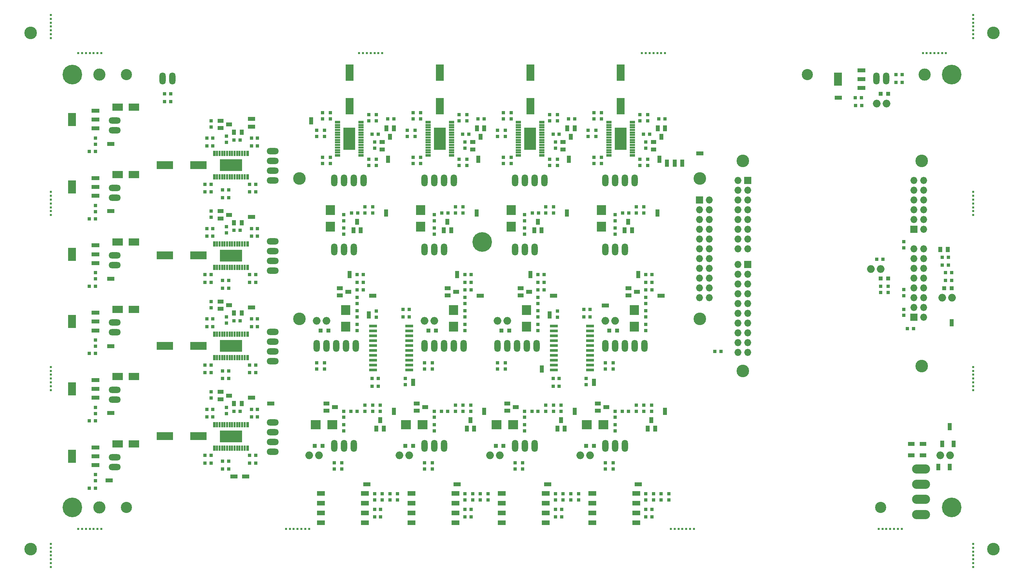
<source format=gts>
G04 #@! TF.GenerationSoftware,KiCad,Pcbnew,(5.0.0)*
G04 #@! TF.CreationDate,2019-04-01T15:57:56-04:00*
G04 #@! TF.ProjectId,PREP400,505245503430302E6B696361645F7063,2*
G04 #@! TF.SameCoordinates,Original*
G04 #@! TF.FileFunction,Soldermask,Top*
G04 #@! TF.FilePolarity,Negative*
%FSLAX46Y46*%
G04 Gerber Fmt 4.6, Leading zero omitted, Abs format (unit mm)*
G04 Created by KiCad (PCBNEW (5.0.0)) date 04/01/19 15:57:56*
%MOMM*%
%LPD*%
G01*
G04 APERTURE LIST*
%ADD10R,0.901600X0.901600*%
%ADD11O,1.828800X1.828800*%
%ADD12R,1.828800X1.828800*%
%ADD13C,3.276600*%
%ADD14O,2.006600X2.006600*%
%ADD15O,3.149600X1.625600*%
%ADD16O,1.625600X3.149600*%
%ADD17R,1.101600X1.351600*%
%ADD18R,1.351600X1.101600*%
%ADD19C,3.159000*%
%ADD20R,1.101600X1.101600*%
%ADD21R,1.501600X1.101600*%
%ADD22R,1.101600X1.501600*%
%ADD23R,1.101600X1.901600*%
%ADD24R,1.901600X1.101600*%
%ADD25C,2.901600*%
%ADD26C,0.601600*%
%ADD27R,2.133600X1.244600*%
%ADD28R,2.401600X2.601600*%
%ADD29R,2.601600X2.401600*%
%ADD30R,2.751600X1.851600*%
%ADD31R,2.101600X4.201600*%
%ADD32R,4.201600X2.101600*%
%ADD33O,4.673600X2.387600*%
%ADD34R,2.001600X3.351600*%
%ADD35R,2.001600X1.051600*%
%ADD36R,5.801600X3.101600*%
%ADD37R,0.701600X1.451600*%
%ADD38R,0.481600X1.451600*%
%ADD39R,3.101600X5.801600*%
%ADD40R,1.451600X0.701600*%
%ADD41R,1.451600X0.481600*%
%ADD42R,1.101600X1.701600*%
%ADD43R,1.701600X1.101600*%
%ADD44R,2.051600X0.701600*%
%ADD45C,5.101600*%
G04 APERTURE END LIST*
D10*
G04 #@! TO.C,C42*
X152900000Y-86050000D03*
X152900000Y-87650000D03*
G04 #@! TD*
D11*
G04 #@! TO.C,U1*
X238860000Y-99050000D03*
D12*
X241400000Y-99050000D03*
D11*
X238860000Y-101590000D03*
X241400000Y-101590000D03*
X238860000Y-104130000D03*
X241400000Y-104130000D03*
X238860000Y-106670000D03*
X241400000Y-106670000D03*
X238860000Y-109210000D03*
X241400000Y-109210000D03*
X238860000Y-111750000D03*
X241400000Y-111750000D03*
X238860000Y-114290000D03*
X241400000Y-114290000D03*
X238860000Y-116830000D03*
X241400000Y-116830000D03*
X238860000Y-120894000D03*
D12*
X241400000Y-120894000D03*
D11*
X238860000Y-123434000D03*
X241400000Y-123434000D03*
X238860000Y-125974000D03*
X241400000Y-125974000D03*
X238860000Y-128514000D03*
X241400000Y-128514000D03*
X238860000Y-131054000D03*
X241400000Y-131054000D03*
X238860000Y-133594000D03*
X241400000Y-133594000D03*
X238860000Y-136134000D03*
X241400000Y-136134000D03*
X238860000Y-138674000D03*
X241400000Y-138674000D03*
X238860000Y-141214000D03*
X241400000Y-141214000D03*
X238860000Y-143754000D03*
X241400000Y-143754000D03*
X287120000Y-111750000D03*
D12*
X284580000Y-111750000D03*
D11*
X287120000Y-109210000D03*
X284580000Y-109210000D03*
X287120000Y-106670000D03*
X284580000Y-106670000D03*
X287120000Y-104130000D03*
X284580000Y-104130000D03*
X287120000Y-101590000D03*
X284580000Y-101590000D03*
X287120000Y-99050000D03*
X284580000Y-99050000D03*
X287120000Y-134610000D03*
D12*
X284580000Y-134610000D03*
D11*
X287120000Y-132070000D03*
X284580000Y-132070000D03*
X287120000Y-129530000D03*
X284580000Y-129530000D03*
X287120000Y-126990000D03*
X284580000Y-126990000D03*
X287120000Y-124450000D03*
X284580000Y-124450000D03*
X287120000Y-121910000D03*
X284580000Y-121910000D03*
X287120000Y-119370000D03*
X284580000Y-119370000D03*
X287120000Y-116830000D03*
X284580000Y-116830000D03*
D13*
X240130000Y-93970000D03*
X286612000Y-93970000D03*
X286612000Y-147310000D03*
X240130000Y-148580000D03*
G04 #@! TD*
D14*
G04 #@! TO.C,JP1*
X291400000Y-170550000D03*
X293940000Y-170550000D03*
G04 #@! TD*
G04 #@! TO.C,JP2*
X274900000Y-79050000D03*
X277440000Y-79050000D03*
G04 #@! TD*
G04 #@! TO.C,JP3*
X197900000Y-170550000D03*
X200440000Y-170550000D03*
G04 #@! TD*
G04 #@! TO.C,JP4*
X174400000Y-170550000D03*
X176940000Y-170550000D03*
G04 #@! TD*
G04 #@! TO.C,JP5*
X150900000Y-170550000D03*
X153440000Y-170550000D03*
G04 #@! TD*
G04 #@! TO.C,JP6*
X127400000Y-170550000D03*
X129940000Y-170550000D03*
G04 #@! TD*
G04 #@! TO.C,JP7*
X291900000Y-129550000D03*
X294440000Y-129550000D03*
G04 #@! TD*
G04 #@! TO.C,JP8*
X275900000Y-122050000D03*
X273360000Y-122050000D03*
G04 #@! TD*
G04 #@! TO.C,JP9*
X204400000Y-135550000D03*
X206940000Y-135550000D03*
G04 #@! TD*
G04 #@! TO.C,JP10*
X176400000Y-135550000D03*
X178940000Y-135550000D03*
G04 #@! TD*
G04 #@! TO.C,JP11*
X157400000Y-135550000D03*
X159940000Y-135550000D03*
G04 #@! TD*
G04 #@! TO.C,JP12*
X129400000Y-135550000D03*
X131940000Y-135550000D03*
G04 #@! TD*
D15*
G04 #@! TO.C,J13*
X76900000Y-171010000D03*
X76900000Y-173550000D03*
G04 #@! TD*
G04 #@! TO.C,J12*
X76900000Y-153510000D03*
X76900000Y-156050000D03*
G04 #@! TD*
G04 #@! TO.C,J11*
X76900000Y-136010000D03*
X76900000Y-138550000D03*
G04 #@! TD*
G04 #@! TO.C,J10*
X76900000Y-118510000D03*
X76900000Y-121050000D03*
G04 #@! TD*
G04 #@! TO.C,J9*
X76900000Y-101010000D03*
X76900000Y-103550000D03*
G04 #@! TD*
G04 #@! TO.C,J8*
X76900000Y-83510000D03*
X76900000Y-86050000D03*
G04 #@! TD*
D16*
G04 #@! TO.C,J3*
X89360000Y-72550000D03*
X91900000Y-72550000D03*
G04 #@! TD*
G04 #@! TO.C,J2*
X274860000Y-72550000D03*
X277400000Y-72550000D03*
G04 #@! TD*
D15*
G04 #@! TO.C,J29*
X117900000Y-169550000D03*
X117900000Y-167010000D03*
X117900000Y-164470000D03*
X117900000Y-161930000D03*
G04 #@! TD*
G04 #@! TO.C,J28*
X117900000Y-146050000D03*
X117900000Y-143510000D03*
X117900000Y-140970000D03*
X117900000Y-138430000D03*
G04 #@! TD*
G04 #@! TO.C,J27*
X117900000Y-122550000D03*
X117900000Y-120010000D03*
X117900000Y-117470000D03*
X117900000Y-114930000D03*
G04 #@! TD*
G04 #@! TO.C,J26*
X117900000Y-99050000D03*
X117900000Y-96510000D03*
X117900000Y-93970000D03*
X117900000Y-91430000D03*
G04 #@! TD*
D16*
G04 #@! TO.C,J21*
X133900000Y-99050000D03*
X136440000Y-99050000D03*
X138980000Y-99050000D03*
X141520000Y-99050000D03*
G04 #@! TD*
G04 #@! TO.C,J20*
X157400000Y-99050000D03*
X159940000Y-99050000D03*
X162480000Y-99050000D03*
X165020000Y-99050000D03*
G04 #@! TD*
G04 #@! TO.C,J19*
X180900000Y-99050000D03*
X183440000Y-99050000D03*
X185980000Y-99050000D03*
X188520000Y-99050000D03*
G04 #@! TD*
G04 #@! TO.C,J18*
X204400000Y-99050000D03*
X206940000Y-99050000D03*
X209480000Y-99050000D03*
X212020000Y-99050000D03*
G04 #@! TD*
G04 #@! TO.C,J17*
X133900000Y-117050000D03*
X136440000Y-117050000D03*
X138980000Y-117050000D03*
G04 #@! TD*
G04 #@! TO.C,J16*
X157400000Y-117050000D03*
X159940000Y-117050000D03*
X162480000Y-117050000D03*
G04 #@! TD*
G04 #@! TO.C,J15*
X180900000Y-117050000D03*
X183440000Y-117050000D03*
X185980000Y-117050000D03*
G04 #@! TD*
G04 #@! TO.C,J14*
X204400000Y-117050000D03*
X206940000Y-117050000D03*
X209480000Y-117050000D03*
G04 #@! TD*
G04 #@! TO.C,J7*
X133900000Y-168050000D03*
X136440000Y-168050000D03*
X138980000Y-168050000D03*
G04 #@! TD*
G04 #@! TO.C,J6*
X157400000Y-168050000D03*
X159940000Y-168050000D03*
X162480000Y-168050000D03*
G04 #@! TD*
G04 #@! TO.C,J5*
X180900000Y-168050000D03*
X183440000Y-168050000D03*
X185980000Y-168050000D03*
G04 #@! TD*
G04 #@! TO.C,J4*
X204400000Y-168050000D03*
X206940000Y-168050000D03*
X209480000Y-168050000D03*
G04 #@! TD*
G04 #@! TO.C,J25*
X129400000Y-142050000D03*
X131940000Y-142050000D03*
X134480000Y-142050000D03*
X137020000Y-142050000D03*
X139560000Y-142050000D03*
G04 #@! TD*
G04 #@! TO.C,J24*
X157400000Y-142050000D03*
X159940000Y-142050000D03*
X162480000Y-142050000D03*
X165020000Y-142050000D03*
X167560000Y-142050000D03*
G04 #@! TD*
G04 #@! TO.C,J23*
X176400000Y-142050000D03*
X178940000Y-142050000D03*
X181480000Y-142050000D03*
X184020000Y-142050000D03*
X186560000Y-142050000D03*
G04 #@! TD*
G04 #@! TO.C,J22*
X204400000Y-142050000D03*
X206940000Y-142050000D03*
X209480000Y-142050000D03*
X212020000Y-142050000D03*
X214560000Y-142050000D03*
G04 #@! TD*
D17*
G04 #@! TO.C,C136*
X293400000Y-117050000D03*
X291400000Y-117050000D03*
G04 #@! TD*
D18*
G04 #@! TO.C,C50*
X216900000Y-91050000D03*
X216900000Y-89050000D03*
G04 #@! TD*
G04 #@! TO.C,C52*
X193400000Y-91050000D03*
X193400000Y-89050000D03*
G04 #@! TD*
G04 #@! TO.C,C54*
X169900000Y-91050000D03*
X169900000Y-89050000D03*
G04 #@! TD*
G04 #@! TO.C,C56*
X146400000Y-91050000D03*
X146400000Y-89050000D03*
G04 #@! TD*
D17*
G04 #@! TO.C,C98*
X109900000Y-86550000D03*
X107900000Y-86550000D03*
G04 #@! TD*
G04 #@! TO.C,C100*
X109900000Y-110050000D03*
X107900000Y-110050000D03*
G04 #@! TD*
G04 #@! TO.C,C102*
X109900000Y-133550000D03*
X107900000Y-133550000D03*
G04 #@! TD*
G04 #@! TO.C,C104*
X109900000Y-157050000D03*
X107900000Y-157050000D03*
G04 #@! TD*
D19*
G04 #@! TO.C,F1*
X72900000Y-71550000D03*
G04 #@! TD*
G04 #@! TO.C,F2*
X287400000Y-71550000D03*
G04 #@! TD*
G04 #@! TO.C,F3*
X72900000Y-184050000D03*
G04 #@! TD*
D20*
G04 #@! TO.C,L8*
X130400000Y-138050000D03*
X132400000Y-138050000D03*
G04 #@! TD*
G04 #@! TO.C,L7*
X158400000Y-138050000D03*
X160400000Y-138050000D03*
G04 #@! TD*
G04 #@! TO.C,L6*
X177400000Y-138050000D03*
X179400000Y-138050000D03*
G04 #@! TD*
G04 #@! TO.C,L5*
X205400000Y-138050000D03*
X207400000Y-138050000D03*
G04 #@! TD*
G04 #@! TO.C,L4*
X277900000Y-124550000D03*
X275900000Y-124550000D03*
G04 #@! TD*
G04 #@! TO.C,L3*
X292400000Y-127050000D03*
X294400000Y-127050000D03*
G04 #@! TD*
G04 #@! TO.C,L2*
X277900000Y-76550000D03*
X275900000Y-76550000D03*
G04 #@! TD*
G04 #@! TO.C,L9*
X199400000Y-168050000D03*
X201400000Y-168050000D03*
G04 #@! TD*
G04 #@! TO.C,L10*
X175900000Y-168050000D03*
X177900000Y-168050000D03*
G04 #@! TD*
G04 #@! TO.C,L11*
X152400000Y-168050000D03*
X154400000Y-168050000D03*
G04 #@! TD*
G04 #@! TO.C,L12*
X128900000Y-168050000D03*
X130900000Y-168050000D03*
G04 #@! TD*
D21*
G04 #@! TO.C,D1*
X202400000Y-157050000D03*
X202400000Y-158950000D03*
X204600000Y-158000000D03*
G04 #@! TD*
D22*
G04 #@! TO.C,D2*
X215400000Y-163550000D03*
X217300000Y-163550000D03*
X216350000Y-161350000D03*
G04 #@! TD*
D21*
G04 #@! TO.C,D3*
X178900000Y-157050000D03*
X178900000Y-158950000D03*
X181100000Y-158000000D03*
G04 #@! TD*
D22*
G04 #@! TO.C,D4*
X191900000Y-163550000D03*
X193800000Y-163550000D03*
X192850000Y-161350000D03*
G04 #@! TD*
D21*
G04 #@! TO.C,D5*
X155400000Y-157050000D03*
X155400000Y-158950000D03*
X157600000Y-158000000D03*
G04 #@! TD*
D22*
G04 #@! TO.C,D6*
X168400000Y-163550000D03*
X170300000Y-163550000D03*
X169350000Y-161350000D03*
G04 #@! TD*
D21*
G04 #@! TO.C,D7*
X131900000Y-157050000D03*
X131900000Y-158950000D03*
X134100000Y-158000000D03*
G04 #@! TD*
D22*
G04 #@! TO.C,D8*
X144900000Y-163550000D03*
X146800000Y-163550000D03*
X145850000Y-161350000D03*
G04 #@! TD*
G04 #@! TO.C,D15*
X209400000Y-112050000D03*
X211300000Y-112050000D03*
X210350000Y-109850000D03*
G04 #@! TD*
G04 #@! TO.C,D16*
X185900000Y-112050000D03*
X187800000Y-112050000D03*
X186850000Y-109850000D03*
G04 #@! TD*
G04 #@! TO.C,D17*
X162400000Y-112050000D03*
X164300000Y-112050000D03*
X163350000Y-109850000D03*
G04 #@! TD*
G04 #@! TO.C,D18*
X138900000Y-112050000D03*
X140800000Y-112050000D03*
X139850000Y-109850000D03*
G04 #@! TD*
G04 #@! TO.C,D19*
X219900000Y-85550000D03*
X218000000Y-85550000D03*
X218950000Y-87750000D03*
G04 #@! TD*
G04 #@! TO.C,D20*
X196400000Y-85550000D03*
X194500000Y-85550000D03*
X195450000Y-87750000D03*
G04 #@! TD*
G04 #@! TO.C,D21*
X172900000Y-85550000D03*
X171000000Y-85550000D03*
X171950000Y-87750000D03*
G04 #@! TD*
G04 #@! TO.C,D22*
X149400000Y-85550000D03*
X147500000Y-85550000D03*
X148450000Y-87750000D03*
G04 #@! TD*
D21*
G04 #@! TO.C,D23*
X104400000Y-83550000D03*
X104400000Y-85450000D03*
X106600000Y-84500000D03*
G04 #@! TD*
G04 #@! TO.C,D24*
X104400000Y-107050000D03*
X104400000Y-108950000D03*
X106600000Y-108000000D03*
G04 #@! TD*
G04 #@! TO.C,D25*
X104400000Y-130550000D03*
X104400000Y-132450000D03*
X106600000Y-131500000D03*
G04 #@! TD*
G04 #@! TO.C,D26*
X104400000Y-154050000D03*
X104400000Y-155950000D03*
X106600000Y-155000000D03*
G04 #@! TD*
G04 #@! TO.C,D27*
X210400000Y-127050000D03*
X210400000Y-128950000D03*
X212600000Y-128000000D03*
G04 #@! TD*
G04 #@! TO.C,D28*
X182400000Y-127050000D03*
X182400000Y-128950000D03*
X184600000Y-128000000D03*
G04 #@! TD*
G04 #@! TO.C,D29*
X163400000Y-127050000D03*
X163400000Y-128950000D03*
X165600000Y-128000000D03*
G04 #@! TD*
G04 #@! TO.C,D30*
X135400000Y-127050000D03*
X135400000Y-128950000D03*
X137600000Y-128000000D03*
G04 #@! TD*
D10*
G04 #@! TO.C,R57*
X167900000Y-123550000D03*
X169500000Y-123550000D03*
G04 #@! TD*
G04 #@! TO.C,R70*
X139900000Y-138050000D03*
X139900000Y-136450000D03*
G04 #@! TD*
G04 #@! TO.C,R69*
X167900000Y-138050000D03*
X167900000Y-136450000D03*
G04 #@! TD*
G04 #@! TO.C,R68*
X186900000Y-138050000D03*
X186900000Y-136450000D03*
G04 #@! TD*
G04 #@! TO.C,R67*
X214900000Y-138050000D03*
X214900000Y-136450000D03*
G04 #@! TD*
G04 #@! TO.C,R66*
X136400000Y-113050000D03*
X136400000Y-111450000D03*
G04 #@! TD*
G04 #@! TO.C,R65*
X159900000Y-113050000D03*
X159900000Y-111450000D03*
G04 #@! TD*
G04 #@! TO.C,R64*
X183400000Y-113050000D03*
X183400000Y-111450000D03*
G04 #@! TD*
G04 #@! TO.C,R63*
X206900000Y-113050000D03*
X206900000Y-111450000D03*
G04 #@! TD*
G04 #@! TO.C,R62*
X136400000Y-162550000D03*
X136400000Y-164150000D03*
G04 #@! TD*
G04 #@! TO.C,R61*
X159900000Y-162550000D03*
X159900000Y-164150000D03*
G04 #@! TD*
G04 #@! TO.C,R60*
X183400000Y-162550000D03*
X183400000Y-164150000D03*
G04 #@! TD*
G04 #@! TO.C,R59*
X206900000Y-162550000D03*
X206900000Y-164150000D03*
G04 #@! TD*
G04 #@! TO.C,R1*
X270900000Y-77550000D03*
X269300000Y-77550000D03*
G04 #@! TD*
G04 #@! TO.C,R2*
X269400000Y-79550000D03*
X271000000Y-79550000D03*
G04 #@! TD*
G04 #@! TO.C,R3*
X206900000Y-159050000D03*
X206900000Y-160650000D03*
G04 #@! TD*
G04 #@! TO.C,R4*
X210400000Y-159050000D03*
X208800000Y-159050000D03*
G04 #@! TD*
G04 #@! TO.C,R5*
X183400000Y-159050000D03*
X183400000Y-160650000D03*
G04 #@! TD*
G04 #@! TO.C,R6*
X186900000Y-159050000D03*
X185300000Y-159050000D03*
G04 #@! TD*
G04 #@! TO.C,R7*
X159900000Y-159050000D03*
X159900000Y-160650000D03*
G04 #@! TD*
G04 #@! TO.C,R8*
X163400000Y-159050000D03*
X161800000Y-159050000D03*
G04 #@! TD*
G04 #@! TO.C,R9*
X136400000Y-159050000D03*
X136400000Y-160650000D03*
G04 #@! TD*
G04 #@! TO.C,R10*
X139900000Y-159050000D03*
X138300000Y-159050000D03*
G04 #@! TD*
G04 #@! TO.C,R11*
X216400000Y-159050000D03*
X216400000Y-157450000D03*
G04 #@! TD*
G04 #@! TO.C,R12*
X192900000Y-159050000D03*
X192900000Y-157450000D03*
G04 #@! TD*
G04 #@! TO.C,R13*
X169400000Y-159050000D03*
X169400000Y-157450000D03*
G04 #@! TD*
G04 #@! TO.C,R14*
X145900000Y-159050000D03*
X145900000Y-157450000D03*
G04 #@! TD*
G04 #@! TO.C,R15*
X214900000Y-180550000D03*
X214900000Y-182150000D03*
G04 #@! TD*
G04 #@! TO.C,R16*
X191400000Y-180550000D03*
X191400000Y-182150000D03*
G04 #@! TD*
G04 #@! TO.C,R17*
X167900000Y-180550000D03*
X167900000Y-182150000D03*
G04 #@! TD*
G04 #@! TO.C,R18*
X144400000Y-180550000D03*
X144400000Y-182150000D03*
G04 #@! TD*
G04 #@! TO.C,R19*
X71900000Y-88050000D03*
X71900000Y-89650000D03*
G04 #@! TD*
G04 #@! TO.C,R20*
X71900000Y-105550000D03*
X71900000Y-107150000D03*
G04 #@! TD*
G04 #@! TO.C,R21*
X71900000Y-123050000D03*
X71900000Y-124650000D03*
G04 #@! TD*
G04 #@! TO.C,R22*
X71900000Y-140550000D03*
X71900000Y-142150000D03*
G04 #@! TD*
G04 #@! TO.C,R23*
X71900000Y-91550000D03*
X70300000Y-91550000D03*
G04 #@! TD*
G04 #@! TO.C,R24*
X71900000Y-109050000D03*
X70300000Y-109050000D03*
G04 #@! TD*
G04 #@! TO.C,R25*
X71900000Y-126550000D03*
X70300000Y-126550000D03*
G04 #@! TD*
G04 #@! TO.C,R26*
X71900000Y-144050000D03*
X70300000Y-144050000D03*
G04 #@! TD*
G04 #@! TO.C,R27*
X71900000Y-158050000D03*
X71900000Y-159650000D03*
G04 #@! TD*
G04 #@! TO.C,R28*
X71900000Y-175550000D03*
X71900000Y-177150000D03*
G04 #@! TD*
G04 #@! TO.C,R29*
X71900000Y-161550000D03*
X70300000Y-161550000D03*
G04 #@! TD*
G04 #@! TO.C,R30*
X71900000Y-179050000D03*
X70300000Y-179050000D03*
G04 #@! TD*
G04 #@! TO.C,R31*
X206900000Y-109550000D03*
X206900000Y-107950000D03*
G04 #@! TD*
G04 #@! TO.C,R32*
X208900000Y-107550000D03*
X210500000Y-107550000D03*
G04 #@! TD*
G04 #@! TO.C,R33*
X183400000Y-109550000D03*
X183400000Y-107950000D03*
G04 #@! TD*
G04 #@! TO.C,R34*
X185400000Y-107550000D03*
X187000000Y-107550000D03*
G04 #@! TD*
G04 #@! TO.C,R35*
X159900000Y-109550000D03*
X159900000Y-107950000D03*
G04 #@! TD*
G04 #@! TO.C,R36*
X161900000Y-107550000D03*
X163500000Y-107550000D03*
G04 #@! TD*
G04 #@! TO.C,R37*
X136400000Y-109550000D03*
X136400000Y-107950000D03*
G04 #@! TD*
G04 #@! TO.C,R38*
X138400000Y-107550000D03*
X140000000Y-107550000D03*
G04 #@! TD*
G04 #@! TO.C,R39*
X281900000Y-129050000D03*
X281900000Y-127450000D03*
G04 #@! TD*
G04 #@! TO.C,R40*
X281900000Y-116550000D03*
X281900000Y-114950000D03*
G04 #@! TD*
G04 #@! TO.C,R41*
X199400000Y-150550000D03*
X199400000Y-152150000D03*
G04 #@! TD*
G04 #@! TO.C,R42*
X152400000Y-150550000D03*
X152400000Y-152150000D03*
G04 #@! TD*
G04 #@! TO.C,R43*
X191900000Y-133050000D03*
X191900000Y-134650000D03*
G04 #@! TD*
G04 #@! TO.C,R44*
X144900000Y-133050000D03*
X144900000Y-134650000D03*
G04 #@! TD*
G04 #@! TO.C,R45*
X214900000Y-134550000D03*
X214900000Y-132950000D03*
G04 #@! TD*
G04 #@! TO.C,R46*
X214900000Y-131050000D03*
X214900000Y-129450000D03*
G04 #@! TD*
G04 #@! TO.C,R47*
X186900000Y-134550000D03*
X186900000Y-132950000D03*
G04 #@! TD*
G04 #@! TO.C,R48*
X186900000Y-131050000D03*
X186900000Y-129450000D03*
G04 #@! TD*
G04 #@! TO.C,R50*
X281900000Y-132550000D03*
X281900000Y-134150000D03*
G04 #@! TD*
G04 #@! TO.C,R51*
X167900000Y-134550000D03*
X167900000Y-132950000D03*
G04 #@! TD*
G04 #@! TO.C,R52*
X167900000Y-131050000D03*
X167900000Y-129450000D03*
G04 #@! TD*
G04 #@! TO.C,R53*
X139900000Y-134550000D03*
X139900000Y-132950000D03*
G04 #@! TD*
G04 #@! TO.C,R54*
X139900000Y-131050000D03*
X139900000Y-129450000D03*
G04 #@! TD*
G04 #@! TO.C,R55*
X214900000Y-123550000D03*
X216500000Y-123550000D03*
G04 #@! TD*
G04 #@! TO.C,R56*
X186900000Y-123550000D03*
X188500000Y-123550000D03*
G04 #@! TD*
G04 #@! TO.C,R58*
X139900000Y-123550000D03*
X141500000Y-123550000D03*
G04 #@! TD*
G04 #@! TO.C,R49*
X282900000Y-137550000D03*
X284500000Y-137550000D03*
G04 #@! TD*
G04 #@! TO.C,R71*
X274900000Y-119550000D03*
X276500000Y-119550000D03*
G04 #@! TD*
G04 #@! TO.C,R72*
X234400000Y-143550000D03*
X232800000Y-143550000D03*
G04 #@! TD*
G04 #@! TO.C,R73*
X220900000Y-180550000D03*
X220900000Y-182150000D03*
G04 #@! TD*
G04 #@! TO.C,R74*
X197400000Y-180550000D03*
X197400000Y-182150000D03*
G04 #@! TD*
G04 #@! TO.C,R75*
X173900000Y-180550000D03*
X173900000Y-182150000D03*
G04 #@! TD*
G04 #@! TO.C,R76*
X150400000Y-180550000D03*
X150400000Y-182150000D03*
G04 #@! TD*
D23*
G04 #@! TO.C,TP1*
X201400000Y-151550000D03*
G04 #@! TD*
G04 #@! TO.C,TP2*
X189900000Y-134050000D03*
G04 #@! TD*
G04 #@! TO.C,TP3*
X154400000Y-151550000D03*
G04 #@! TD*
G04 #@! TO.C,TP4*
X142900000Y-134050000D03*
G04 #@! TD*
G04 #@! TO.C,TP5*
X187900000Y-148050000D03*
G04 #@! TD*
D24*
G04 #@! TO.C,TP6*
X204400000Y-131550000D03*
G04 #@! TD*
G04 #@! TO.C,TP7*
X112400000Y-83050000D03*
G04 #@! TD*
G04 #@! TO.C,TP8*
X228900000Y-92050000D03*
G04 #@! TD*
D23*
G04 #@! TO.C,TP9*
X127900000Y-83550000D03*
G04 #@! TD*
G04 #@! TO.C,TP10*
X220400000Y-94550000D03*
G04 #@! TD*
G04 #@! TO.C,TP11*
X222400000Y-94550000D03*
G04 #@! TD*
G04 #@! TO.C,TP12*
X224400000Y-94550000D03*
G04 #@! TD*
D24*
G04 #@! TO.C,TP13*
X218900000Y-129050000D03*
G04 #@! TD*
G04 #@! TO.C,TP14*
X190900000Y-129050000D03*
G04 #@! TD*
G04 #@! TO.C,TP15*
X171900000Y-129050000D03*
G04 #@! TD*
G04 #@! TO.C,TP16*
X143900000Y-129050000D03*
G04 #@! TD*
D23*
G04 #@! TO.C,TP17*
X293900000Y-163050000D03*
G04 #@! TD*
G04 #@! TO.C,TP18*
X294400000Y-136050000D03*
G04 #@! TD*
D24*
G04 #@! TO.C,TP23*
X117400000Y-157050000D03*
G04 #@! TD*
G04 #@! TO.C,TP24*
X110900000Y-176050000D03*
G04 #@! TD*
G04 #@! TO.C,TP25*
X107900000Y-176050000D03*
G04 #@! TD*
G04 #@! TO.C,TP26*
X264900000Y-77550000D03*
G04 #@! TD*
D23*
G04 #@! TO.C,TP27*
X219900000Y-159050000D03*
G04 #@! TD*
G04 #@! TO.C,TP28*
X196400000Y-159050000D03*
G04 #@! TD*
G04 #@! TO.C,TP29*
X172900000Y-159050000D03*
G04 #@! TD*
G04 #@! TO.C,TP30*
X149400000Y-159050000D03*
G04 #@! TD*
D24*
G04 #@! TO.C,TP31*
X212900000Y-178050000D03*
G04 #@! TD*
G04 #@! TO.C,TP32*
X189400000Y-178050000D03*
G04 #@! TD*
G04 #@! TO.C,TP33*
X165900000Y-178050000D03*
G04 #@! TD*
G04 #@! TO.C,TP34*
X142400000Y-178050000D03*
G04 #@! TD*
G04 #@! TO.C,TP35*
X75900000Y-89550000D03*
G04 #@! TD*
G04 #@! TO.C,TP36*
X75900000Y-107050000D03*
G04 #@! TD*
G04 #@! TO.C,TP37*
X75900000Y-124650000D03*
G04 #@! TD*
G04 #@! TO.C,TP38*
X75900000Y-142150000D03*
G04 #@! TD*
G04 #@! TO.C,TP39*
X75900000Y-159550000D03*
G04 #@! TD*
G04 #@! TO.C,TP40*
X75400000Y-177050000D03*
G04 #@! TD*
D23*
G04 #@! TO.C,TP41*
X217900000Y-107550000D03*
G04 #@! TD*
G04 #@! TO.C,TP42*
X194400000Y-107550000D03*
G04 #@! TD*
G04 #@! TO.C,TP43*
X170900000Y-107550000D03*
G04 #@! TD*
G04 #@! TO.C,TP44*
X147400000Y-107550000D03*
G04 #@! TD*
G04 #@! TO.C,TP45*
X218400000Y-93550000D03*
G04 #@! TD*
G04 #@! TO.C,TP46*
X194900000Y-93550000D03*
G04 #@! TD*
G04 #@! TO.C,TP47*
X171400000Y-93550000D03*
G04 #@! TD*
G04 #@! TO.C,TP48*
X147900000Y-93550000D03*
G04 #@! TD*
D24*
G04 #@! TO.C,TP49*
X112400000Y-85050000D03*
G04 #@! TD*
G04 #@! TO.C,TP50*
X112400000Y-108550000D03*
G04 #@! TD*
G04 #@! TO.C,TP51*
X112400000Y-132050000D03*
G04 #@! TD*
G04 #@! TO.C,TP52*
X112400000Y-155550000D03*
G04 #@! TD*
D23*
G04 #@! TO.C,TP53*
X212900000Y-123550000D03*
G04 #@! TD*
G04 #@! TO.C,TP54*
X184900000Y-123550000D03*
G04 #@! TD*
G04 #@! TO.C,TP55*
X165900000Y-123550000D03*
G04 #@! TD*
G04 #@! TO.C,TP56*
X137900000Y-123550000D03*
G04 #@! TD*
D10*
G04 #@! TO.C,C190*
X111900000Y-172550000D03*
X113500000Y-172550000D03*
G04 #@! TD*
G04 #@! TO.C,C189*
X111900000Y-149050000D03*
X113500000Y-149050000D03*
G04 #@! TD*
G04 #@! TO.C,C188*
X111900000Y-125550000D03*
X113500000Y-125550000D03*
G04 #@! TD*
G04 #@! TO.C,C187*
X111900000Y-102050000D03*
X113500000Y-102050000D03*
G04 #@! TD*
G04 #@! TO.C,C186*
X101900000Y-172550000D03*
X100300000Y-172550000D03*
G04 #@! TD*
G04 #@! TO.C,C185*
X101900000Y-149050000D03*
X100300000Y-149050000D03*
G04 #@! TD*
G04 #@! TO.C,C184*
X101900000Y-125550000D03*
X100300000Y-125550000D03*
G04 #@! TD*
G04 #@! TO.C,C183*
X101900000Y-102050000D03*
X100300000Y-102050000D03*
G04 #@! TD*
G04 #@! TO.C,C182*
X102400000Y-158550000D03*
X100800000Y-158550000D03*
G04 #@! TD*
G04 #@! TO.C,C181*
X102400000Y-135050000D03*
X100800000Y-135050000D03*
G04 #@! TD*
G04 #@! TO.C,C180*
X102400000Y-111550000D03*
X100800000Y-111550000D03*
G04 #@! TD*
G04 #@! TO.C,C179*
X102400000Y-88050000D03*
X100800000Y-88050000D03*
G04 #@! TD*
G04 #@! TO.C,C178*
X112400000Y-158550000D03*
X114000000Y-158550000D03*
G04 #@! TD*
G04 #@! TO.C,C177*
X112400000Y-135050000D03*
X114000000Y-135050000D03*
G04 #@! TD*
G04 #@! TO.C,C176*
X112400000Y-111550000D03*
X114000000Y-111550000D03*
G04 #@! TD*
G04 #@! TO.C,C175*
X112400000Y-88050000D03*
X114000000Y-88050000D03*
G04 #@! TD*
G04 #@! TO.C,C174*
X139900000Y-125550000D03*
X141500000Y-125550000D03*
G04 #@! TD*
G04 #@! TO.C,C173*
X167900000Y-125550000D03*
X169500000Y-125550000D03*
G04 #@! TD*
G04 #@! TO.C,C172*
X186900000Y-125550000D03*
X188500000Y-125550000D03*
G04 #@! TD*
G04 #@! TO.C,C171*
X214900000Y-125550000D03*
X216500000Y-125550000D03*
G04 #@! TD*
G04 #@! TO.C,C170*
X131400000Y-148050000D03*
X131400000Y-146450000D03*
G04 #@! TD*
G04 #@! TO.C,C169*
X129400000Y-148050000D03*
X129400000Y-146450000D03*
G04 #@! TD*
G04 #@! TO.C,C168*
X159400000Y-148050000D03*
X159400000Y-146450000D03*
G04 #@! TD*
G04 #@! TO.C,C167*
X157400000Y-148050000D03*
X157400000Y-146450000D03*
G04 #@! TD*
G04 #@! TO.C,C166*
X178400000Y-148050000D03*
X178400000Y-146450000D03*
G04 #@! TD*
G04 #@! TO.C,C165*
X176400000Y-148050000D03*
X176400000Y-146450000D03*
G04 #@! TD*
G04 #@! TO.C,C164*
X206400000Y-148050000D03*
X206400000Y-146450000D03*
G04 #@! TD*
G04 #@! TO.C,C163*
X204400000Y-148050000D03*
X204400000Y-146450000D03*
G04 #@! TD*
G04 #@! TO.C,C162*
X153400000Y-132550000D03*
X151800000Y-132550000D03*
G04 #@! TD*
G04 #@! TO.C,C161*
X200400000Y-132550000D03*
X198800000Y-132550000D03*
G04 #@! TD*
G04 #@! TO.C,C160*
X145400000Y-152550000D03*
X143800000Y-152550000D03*
G04 #@! TD*
G04 #@! TO.C,C159*
X192400000Y-152550000D03*
X190800000Y-152550000D03*
G04 #@! TD*
G04 #@! TO.C,C158*
X130900000Y-93050000D03*
X130900000Y-94650000D03*
G04 #@! TD*
G04 #@! TO.C,C157*
X154400000Y-93050000D03*
X154400000Y-94650000D03*
G04 #@! TD*
G04 #@! TO.C,C156*
X177900000Y-93050000D03*
X177900000Y-94650000D03*
G04 #@! TD*
G04 #@! TO.C,C155*
X201400000Y-93050000D03*
X201400000Y-94650000D03*
G04 #@! TD*
G04 #@! TO.C,C154*
X130900000Y-83050000D03*
X130900000Y-81450000D03*
G04 #@! TD*
G04 #@! TO.C,C153*
X154400000Y-83050000D03*
X154400000Y-81450000D03*
G04 #@! TD*
G04 #@! TO.C,C152*
X177900000Y-83050000D03*
X177900000Y-81450000D03*
G04 #@! TD*
G04 #@! TO.C,C151*
X215400000Y-83550000D03*
X215400000Y-81950000D03*
G04 #@! TD*
G04 #@! TO.C,C150*
X144900000Y-83550000D03*
X144900000Y-81950000D03*
G04 #@! TD*
G04 #@! TO.C,C149*
X168400000Y-83550000D03*
X168400000Y-81950000D03*
G04 #@! TD*
G04 #@! TO.C,C148*
X191900000Y-83550000D03*
X191900000Y-81950000D03*
G04 #@! TD*
G04 #@! TO.C,C147*
X201400000Y-83050000D03*
X201400000Y-81450000D03*
G04 #@! TD*
G04 #@! TO.C,C146*
X144900000Y-93550000D03*
X144900000Y-95150000D03*
G04 #@! TD*
G04 #@! TO.C,C145*
X168400000Y-93550000D03*
X168400000Y-95150000D03*
G04 #@! TD*
G04 #@! TO.C,C144*
X191900000Y-93550000D03*
X191900000Y-95150000D03*
G04 #@! TD*
G04 #@! TO.C,C143*
X215400000Y-93550000D03*
X215400000Y-95150000D03*
G04 #@! TD*
G04 #@! TO.C,C142*
X143900000Y-107550000D03*
X143900000Y-105950000D03*
G04 #@! TD*
G04 #@! TO.C,C141*
X167400000Y-107550000D03*
X167400000Y-105950000D03*
G04 #@! TD*
G04 #@! TO.C,C140*
X190900000Y-107550000D03*
X190900000Y-105950000D03*
G04 #@! TD*
G04 #@! TO.C,C139*
X214400000Y-107550000D03*
X214400000Y-105950000D03*
G04 #@! TD*
G04 #@! TO.C,C138*
X291900000Y-121050000D03*
X293500000Y-121050000D03*
G04 #@! TD*
G04 #@! TO.C,C137*
X291900000Y-119050000D03*
X293500000Y-119050000D03*
G04 #@! TD*
G04 #@! TO.C,C135*
X275900000Y-126550000D03*
X275900000Y-128150000D03*
G04 #@! TD*
G04 #@! TO.C,C134*
X277900000Y-126550000D03*
X277900000Y-128150000D03*
G04 #@! TD*
G04 #@! TO.C,C133*
X294400000Y-125050000D03*
X292800000Y-125050000D03*
G04 #@! TD*
G04 #@! TO.C,C132*
X294400000Y-123050000D03*
X292800000Y-123050000D03*
G04 #@! TD*
G04 #@! TO.C,C131*
X148400000Y-180550000D03*
X148400000Y-182150000D03*
G04 #@! TD*
G04 #@! TO.C,C130*
X171900000Y-180550000D03*
X171900000Y-182150000D03*
G04 #@! TD*
G04 #@! TO.C,C129*
X195400000Y-180550000D03*
X195400000Y-182150000D03*
G04 #@! TD*
G04 #@! TO.C,C128*
X218900000Y-180550000D03*
X218900000Y-182150000D03*
G04 #@! TD*
G04 #@! TO.C,C127*
X144400000Y-186550000D03*
X146000000Y-186550000D03*
G04 #@! TD*
G04 #@! TO.C,C126*
X167900000Y-186550000D03*
X169500000Y-186550000D03*
G04 #@! TD*
G04 #@! TO.C,C125*
X191400000Y-186550000D03*
X193000000Y-186550000D03*
G04 #@! TD*
G04 #@! TO.C,C124*
X214900000Y-186550000D03*
X216500000Y-186550000D03*
G04 #@! TD*
G04 #@! TO.C,C123*
X143900000Y-159050000D03*
X143900000Y-157450000D03*
G04 #@! TD*
G04 #@! TO.C,C122*
X167400000Y-159050000D03*
X167400000Y-157450000D03*
G04 #@! TD*
G04 #@! TO.C,C121*
X190900000Y-159050000D03*
X190900000Y-157450000D03*
G04 #@! TD*
G04 #@! TO.C,C120*
X214400000Y-159050000D03*
X214400000Y-157450000D03*
G04 #@! TD*
G04 #@! TO.C,C119*
X91400000Y-78550000D03*
X89800000Y-78550000D03*
G04 #@! TD*
G04 #@! TO.C,C118*
X91400000Y-76550000D03*
X89800000Y-76550000D03*
G04 #@! TD*
G04 #@! TO.C,C117*
X279900000Y-73550000D03*
X281500000Y-73550000D03*
G04 #@! TD*
G04 #@! TO.C,C116*
X279900000Y-71550000D03*
X281500000Y-71550000D03*
G04 #@! TD*
G04 #@! TO.C,C1*
X212400000Y-159050000D03*
X212400000Y-157450000D03*
G04 #@! TD*
G04 #@! TO.C,C2*
X188900000Y-159050000D03*
X188900000Y-157450000D03*
G04 #@! TD*
G04 #@! TO.C,C3*
X165400000Y-159050000D03*
X165400000Y-157450000D03*
G04 #@! TD*
G04 #@! TO.C,C4*
X141900000Y-159050000D03*
X141900000Y-157450000D03*
G04 #@! TD*
G04 #@! TO.C,C5*
X214900000Y-184550000D03*
X216500000Y-184550000D03*
G04 #@! TD*
G04 #@! TO.C,C6*
X191400000Y-184550000D03*
X193000000Y-184550000D03*
G04 #@! TD*
G04 #@! TO.C,C7*
X167900000Y-184550000D03*
X169500000Y-184550000D03*
G04 #@! TD*
G04 #@! TO.C,C8*
X144400000Y-184550000D03*
X146000000Y-184550000D03*
G04 #@! TD*
G04 #@! TO.C,C9*
X216900000Y-180550000D03*
X216900000Y-182150000D03*
G04 #@! TD*
G04 #@! TO.C,C10*
X193400000Y-180550000D03*
X193400000Y-182150000D03*
G04 #@! TD*
G04 #@! TO.C,C11*
X169900000Y-180550000D03*
X169900000Y-182150000D03*
G04 #@! TD*
G04 #@! TO.C,C12*
X146400000Y-180550000D03*
X146400000Y-182150000D03*
G04 #@! TD*
G04 #@! TO.C,C13*
X212400000Y-107550000D03*
X212400000Y-105950000D03*
G04 #@! TD*
G04 #@! TO.C,C14*
X188900000Y-107550000D03*
X188900000Y-105950000D03*
G04 #@! TD*
G04 #@! TO.C,C15*
X165400000Y-107550000D03*
X165400000Y-105950000D03*
G04 #@! TD*
G04 #@! TO.C,C16*
X141900000Y-107550000D03*
X141900000Y-105950000D03*
G04 #@! TD*
G04 #@! TO.C,C17*
X213400000Y-93550000D03*
X213400000Y-95150000D03*
G04 #@! TD*
G04 #@! TO.C,C18*
X213400000Y-83550000D03*
X213400000Y-81950000D03*
G04 #@! TD*
G04 #@! TO.C,C19*
X203400000Y-83050000D03*
X203400000Y-81450000D03*
G04 #@! TD*
G04 #@! TO.C,C20*
X203400000Y-93050000D03*
X203400000Y-94650000D03*
G04 #@! TD*
G04 #@! TO.C,C22*
X189900000Y-93550000D03*
X189900000Y-95150000D03*
G04 #@! TD*
G04 #@! TO.C,C23*
X189900000Y-83550000D03*
X189900000Y-81950000D03*
G04 #@! TD*
G04 #@! TO.C,C24*
X179900000Y-83050000D03*
X179900000Y-81450000D03*
G04 #@! TD*
G04 #@! TO.C,C25*
X179900000Y-93050000D03*
X179900000Y-94650000D03*
G04 #@! TD*
G04 #@! TO.C,C27*
X166400000Y-93550000D03*
X166400000Y-95150000D03*
G04 #@! TD*
G04 #@! TO.C,C28*
X166400000Y-83550000D03*
X166400000Y-81950000D03*
G04 #@! TD*
G04 #@! TO.C,C29*
X156400000Y-83050000D03*
X156400000Y-81450000D03*
G04 #@! TD*
G04 #@! TO.C,C30*
X156400000Y-93050000D03*
X156400000Y-94650000D03*
G04 #@! TD*
G04 #@! TO.C,C32*
X142900000Y-93550000D03*
X142900000Y-95150000D03*
G04 #@! TD*
G04 #@! TO.C,C33*
X142900000Y-83550000D03*
X142900000Y-81950000D03*
G04 #@! TD*
G04 #@! TO.C,C34*
X132900000Y-83050000D03*
X132900000Y-81450000D03*
G04 #@! TD*
G04 #@! TO.C,C35*
X132900000Y-93050000D03*
X132900000Y-94650000D03*
G04 #@! TD*
G04 #@! TO.C,C37*
X201900000Y-86050000D03*
X201900000Y-87650000D03*
G04 #@! TD*
G04 #@! TO.C,C38*
X199900000Y-86050000D03*
X199900000Y-87650000D03*
G04 #@! TD*
G04 #@! TO.C,C39*
X178400000Y-86050000D03*
X178400000Y-87650000D03*
G04 #@! TD*
G04 #@! TO.C,C40*
X176400000Y-86050000D03*
X176400000Y-87650000D03*
G04 #@! TD*
G04 #@! TO.C,C41*
X154900000Y-86050000D03*
X154900000Y-87650000D03*
G04 #@! TD*
G04 #@! TO.C,C43*
X131400000Y-86050000D03*
X131400000Y-87650000D03*
G04 #@! TD*
G04 #@! TO.C,C44*
X129400000Y-86050000D03*
X129400000Y-87650000D03*
G04 #@! TD*
G04 #@! TO.C,C45*
X219900000Y-83050000D03*
X218300000Y-83050000D03*
G04 #@! TD*
G04 #@! TO.C,C46*
X196400000Y-83050000D03*
X194800000Y-83050000D03*
G04 #@! TD*
G04 #@! TO.C,C47*
X172900000Y-83050000D03*
X171300000Y-83050000D03*
G04 #@! TD*
G04 #@! TO.C,C48*
X149400000Y-83050000D03*
X147800000Y-83050000D03*
G04 #@! TD*
G04 #@! TO.C,C49*
X214900000Y-89050000D03*
X214900000Y-90650000D03*
G04 #@! TD*
G04 #@! TO.C,C51*
X191400000Y-89050000D03*
X191400000Y-90650000D03*
G04 #@! TD*
G04 #@! TO.C,C53*
X167900000Y-89050000D03*
X167900000Y-90650000D03*
G04 #@! TD*
G04 #@! TO.C,C55*
X144400000Y-89050000D03*
X144400000Y-90650000D03*
G04 #@! TD*
G04 #@! TO.C,C57*
X215900000Y-87050000D03*
X214300000Y-87050000D03*
G04 #@! TD*
G04 #@! TO.C,C58*
X192400000Y-87050000D03*
X190800000Y-87050000D03*
G04 #@! TD*
G04 #@! TO.C,C59*
X168900000Y-87050000D03*
X167300000Y-87050000D03*
G04 #@! TD*
G04 #@! TO.C,C60*
X145400000Y-87050000D03*
X143800000Y-87050000D03*
G04 #@! TD*
G04 #@! TO.C,C61*
X192400000Y-150550000D03*
X190800000Y-150550000D03*
G04 #@! TD*
G04 #@! TO.C,C62*
X145400000Y-150550000D03*
X143800000Y-150550000D03*
G04 #@! TD*
G04 #@! TO.C,C63*
X200400000Y-134550000D03*
X198800000Y-134550000D03*
G04 #@! TD*
G04 #@! TO.C,C64*
X153400000Y-134550000D03*
X151800000Y-134550000D03*
G04 #@! TD*
G04 #@! TO.C,C65*
X112400000Y-90050000D03*
X114000000Y-90050000D03*
G04 #@! TD*
G04 #@! TO.C,C66*
X102400000Y-90050000D03*
X100800000Y-90050000D03*
G04 #@! TD*
G04 #@! TO.C,C67*
X101900000Y-100050000D03*
X100300000Y-100050000D03*
G04 #@! TD*
G04 #@! TO.C,C68*
X111900000Y-100050000D03*
X113500000Y-100050000D03*
G04 #@! TD*
G04 #@! TO.C,C70*
X112400000Y-113550000D03*
X114000000Y-113550000D03*
G04 #@! TD*
G04 #@! TO.C,C71*
X102400000Y-113550000D03*
X100800000Y-113550000D03*
G04 #@! TD*
G04 #@! TO.C,C72*
X101900000Y-123550000D03*
X100300000Y-123550000D03*
G04 #@! TD*
G04 #@! TO.C,C73*
X111900000Y-123550000D03*
X113500000Y-123550000D03*
G04 #@! TD*
G04 #@! TO.C,C75*
X112400000Y-137050000D03*
X114000000Y-137050000D03*
G04 #@! TD*
G04 #@! TO.C,C76*
X102400000Y-137050000D03*
X100800000Y-137050000D03*
G04 #@! TD*
G04 #@! TO.C,C77*
X101900000Y-147050000D03*
X100300000Y-147050000D03*
G04 #@! TD*
G04 #@! TO.C,C78*
X111900000Y-147050000D03*
X113500000Y-147050000D03*
G04 #@! TD*
G04 #@! TO.C,C80*
X112400000Y-160550000D03*
X114000000Y-160550000D03*
G04 #@! TD*
G04 #@! TO.C,C81*
X102400000Y-160550000D03*
X100800000Y-160550000D03*
G04 #@! TD*
G04 #@! TO.C,C82*
X101900000Y-170550000D03*
X100300000Y-170550000D03*
G04 #@! TD*
G04 #@! TO.C,C83*
X111900000Y-170550000D03*
X113500000Y-170550000D03*
G04 #@! TD*
G04 #@! TO.C,C85*
X104900000Y-101550000D03*
X106500000Y-101550000D03*
G04 #@! TD*
G04 #@! TO.C,C86*
X104900000Y-103550000D03*
X106500000Y-103550000D03*
G04 #@! TD*
G04 #@! TO.C,C87*
X104900000Y-125050000D03*
X106500000Y-125050000D03*
G04 #@! TD*
G04 #@! TO.C,C88*
X104900000Y-127050000D03*
X106500000Y-127050000D03*
G04 #@! TD*
G04 #@! TO.C,C89*
X104900000Y-148550000D03*
X106500000Y-148550000D03*
G04 #@! TD*
G04 #@! TO.C,C90*
X104900000Y-150550000D03*
X106500000Y-150550000D03*
G04 #@! TD*
G04 #@! TO.C,C91*
X104900000Y-172050000D03*
X106500000Y-172050000D03*
G04 #@! TD*
G04 #@! TO.C,C92*
X104900000Y-174050000D03*
X106500000Y-174050000D03*
G04 #@! TD*
G04 #@! TO.C,C93*
X101900000Y-83550000D03*
X101900000Y-85150000D03*
G04 #@! TD*
G04 #@! TO.C,C94*
X101900000Y-107050000D03*
X101900000Y-108650000D03*
G04 #@! TD*
G04 #@! TO.C,C95*
X101900000Y-130550000D03*
X101900000Y-132150000D03*
G04 #@! TD*
G04 #@! TO.C,C96*
X101900000Y-154050000D03*
X101900000Y-155650000D03*
G04 #@! TD*
G04 #@! TO.C,C97*
X107900000Y-88550000D03*
X109500000Y-88550000D03*
G04 #@! TD*
G04 #@! TO.C,C99*
X107900000Y-112050000D03*
X109500000Y-112050000D03*
G04 #@! TD*
G04 #@! TO.C,C101*
X107900000Y-135550000D03*
X109500000Y-135550000D03*
G04 #@! TD*
G04 #@! TO.C,C103*
X107900000Y-159050000D03*
X109500000Y-159050000D03*
G04 #@! TD*
G04 #@! TO.C,C105*
X105900000Y-87550000D03*
X105900000Y-89150000D03*
G04 #@! TD*
G04 #@! TO.C,C106*
X105900000Y-111050000D03*
X105900000Y-112650000D03*
G04 #@! TD*
G04 #@! TO.C,C107*
X105900000Y-134550000D03*
X105900000Y-136150000D03*
G04 #@! TD*
G04 #@! TO.C,C108*
X105900000Y-158050000D03*
X105900000Y-159650000D03*
G04 #@! TD*
G04 #@! TO.C,C109*
X214900000Y-127550000D03*
X216500000Y-127550000D03*
G04 #@! TD*
G04 #@! TO.C,C110*
X186900000Y-127550000D03*
X188500000Y-127550000D03*
G04 #@! TD*
G04 #@! TO.C,C111*
X167900000Y-127550000D03*
X169500000Y-127550000D03*
G04 #@! TD*
G04 #@! TO.C,C112*
X139900000Y-127550000D03*
X141500000Y-127550000D03*
G04 #@! TD*
G04 #@! TO.C,C191*
X204400000Y-174050000D03*
X204400000Y-172450000D03*
G04 #@! TD*
G04 #@! TO.C,C192*
X206400000Y-174050000D03*
X206400000Y-172450000D03*
G04 #@! TD*
G04 #@! TO.C,C193*
X180900000Y-174050000D03*
X180900000Y-172450000D03*
G04 #@! TD*
G04 #@! TO.C,C194*
X182900000Y-174050000D03*
X182900000Y-172450000D03*
G04 #@! TD*
G04 #@! TO.C,C195*
X157400000Y-174050000D03*
X157400000Y-172450000D03*
G04 #@! TD*
G04 #@! TO.C,C196*
X159400000Y-174050000D03*
X159400000Y-172450000D03*
G04 #@! TD*
G04 #@! TO.C,C197*
X133900000Y-174050000D03*
X133900000Y-172450000D03*
G04 #@! TD*
G04 #@! TO.C,C198*
X135900000Y-174050000D03*
X135900000Y-172450000D03*
G04 #@! TD*
D25*
G04 #@! TO.C,TP19*
X79900000Y-71550000D03*
G04 #@! TD*
G04 #@! TO.C,TP22*
X275900000Y-184050000D03*
G04 #@! TD*
G04 #@! TO.C,TP20*
X256900000Y-71550000D03*
G04 #@! TD*
G04 #@! TO.C,TP21*
X79900000Y-184050000D03*
G04 #@! TD*
D26*
G04 #@! TO.C,REF\002A\002A*
X222400000Y-189650000D03*
X223400000Y-189650000D03*
X224400000Y-189650000D03*
X225400000Y-189650000D03*
X226400000Y-189650000D03*
X221400000Y-189650000D03*
X227400000Y-189650000D03*
G04 #@! TD*
G04 #@! TO.C,REF\002A\002A*
X122400000Y-189650000D03*
X123400000Y-189650000D03*
X124400000Y-189650000D03*
X125400000Y-189650000D03*
X126400000Y-189650000D03*
X121400000Y-189650000D03*
X127400000Y-189650000D03*
G04 #@! TD*
G04 #@! TO.C,REF\002A\002A*
X68400000Y-189650000D03*
X69400000Y-189650000D03*
X70400000Y-189650000D03*
X71400000Y-189650000D03*
X72400000Y-189650000D03*
X67400000Y-189650000D03*
X73400000Y-189650000D03*
G04 #@! TD*
G04 #@! TO.C,REF\002A\002A*
X276400000Y-189650000D03*
X277400000Y-189650000D03*
X278400000Y-189650000D03*
X279400000Y-189650000D03*
X280400000Y-189650000D03*
X275400000Y-189650000D03*
X281400000Y-189650000D03*
G04 #@! TD*
G04 #@! TO.C,REF\002A\002A*
X300000000Y-198550000D03*
X300000000Y-197550000D03*
X300000000Y-196550000D03*
X300000000Y-195550000D03*
X300000000Y-194550000D03*
X300000000Y-199550000D03*
X300000000Y-193550000D03*
G04 #@! TD*
G04 #@! TO.C,REF\002A\002A*
X300000000Y-61050000D03*
X300000000Y-60050000D03*
X300000000Y-59050000D03*
X300000000Y-58050000D03*
X300000000Y-57050000D03*
X300000000Y-62050000D03*
X300000000Y-56050000D03*
G04 #@! TD*
G04 #@! TO.C,REF\002A\002A*
X300000000Y-152550000D03*
X300000000Y-151550000D03*
X300000000Y-150550000D03*
X300000000Y-149550000D03*
X300000000Y-148550000D03*
X300000000Y-153550000D03*
X300000000Y-147550000D03*
G04 #@! TD*
G04 #@! TO.C,REF\002A\002A*
X300000000Y-107050000D03*
X300000000Y-106050000D03*
X300000000Y-105050000D03*
X300000000Y-104050000D03*
X300000000Y-103050000D03*
X300000000Y-108050000D03*
X300000000Y-102050000D03*
G04 #@! TD*
G04 #@! TO.C,REF\002A\002A*
X60300000Y-194550000D03*
X60300000Y-195550000D03*
X60300000Y-196550000D03*
X60300000Y-197550000D03*
X60300000Y-198550000D03*
X60300000Y-193550000D03*
X60300000Y-199550000D03*
G04 #@! TD*
G04 #@! TO.C,REF\002A\002A*
X60300000Y-57050000D03*
X60300000Y-58050000D03*
X60300000Y-59050000D03*
X60300000Y-60050000D03*
X60300000Y-61050000D03*
X60300000Y-56050000D03*
X60300000Y-62050000D03*
G04 #@! TD*
G04 #@! TO.C,REF\002A\002A*
X60300000Y-103050000D03*
X60300000Y-104050000D03*
X60300000Y-105050000D03*
X60300000Y-106050000D03*
X60300000Y-107050000D03*
X60300000Y-102050000D03*
X60300000Y-108050000D03*
G04 #@! TD*
G04 #@! TO.C,REF\002A\002A*
X60300000Y-148550000D03*
X60300000Y-149550000D03*
X60300000Y-150550000D03*
X60300000Y-151550000D03*
X60300000Y-152550000D03*
X60300000Y-147550000D03*
X60300000Y-153550000D03*
G04 #@! TD*
G04 #@! TO.C,REF\002A\002A*
X72400000Y-65950000D03*
X71400000Y-65950000D03*
X70400000Y-65950000D03*
X69400000Y-65950000D03*
X68400000Y-65950000D03*
X73400000Y-65950000D03*
X67400000Y-65950000D03*
G04 #@! TD*
G04 #@! TO.C,REF\002A\002A*
X291900000Y-65950000D03*
X290900000Y-65950000D03*
X289900000Y-65950000D03*
X288900000Y-65950000D03*
X287900000Y-65950000D03*
X292900000Y-65950000D03*
X286900000Y-65950000D03*
G04 #@! TD*
G04 #@! TO.C,REF\002A\002A*
X145400000Y-65950000D03*
X144400000Y-65950000D03*
X143400000Y-65950000D03*
X142400000Y-65950000D03*
X141400000Y-65950000D03*
X146400000Y-65950000D03*
X140400000Y-65950000D03*
G04 #@! TD*
G04 #@! TO.C,REF\002A\002A*
X218900000Y-65950000D03*
X217900000Y-65950000D03*
X216900000Y-65950000D03*
X215900000Y-65950000D03*
X214900000Y-65950000D03*
X219900000Y-65950000D03*
X213900000Y-65950000D03*
G04 #@! TD*
D27*
G04 #@! TO.C,IC1*
X212405000Y-188050000D03*
X212405000Y-185510000D03*
X212405000Y-182970000D03*
X212405000Y-180430000D03*
X200975000Y-180430000D03*
X200975000Y-182970000D03*
X200975000Y-185510000D03*
X200975000Y-188050000D03*
G04 #@! TD*
G04 #@! TO.C,IC2*
X188905000Y-188050000D03*
X188905000Y-185510000D03*
X188905000Y-182970000D03*
X188905000Y-180430000D03*
X177475000Y-180430000D03*
X177475000Y-182970000D03*
X177475000Y-185510000D03*
X177475000Y-188050000D03*
G04 #@! TD*
G04 #@! TO.C,IC3*
X165405000Y-188050000D03*
X165405000Y-185510000D03*
X165405000Y-182970000D03*
X165405000Y-180430000D03*
X153975000Y-180430000D03*
X153975000Y-182970000D03*
X153975000Y-185510000D03*
X153975000Y-188050000D03*
G04 #@! TD*
G04 #@! TO.C,IC4*
X141905000Y-188050000D03*
X141905000Y-185510000D03*
X141905000Y-182970000D03*
X141905000Y-180430000D03*
X130475000Y-180430000D03*
X130475000Y-182970000D03*
X130475000Y-185510000D03*
X130475000Y-188050000D03*
G04 #@! TD*
D28*
G04 #@! TO.C,D42*
X136900000Y-132750000D03*
X136900000Y-137050000D03*
G04 #@! TD*
G04 #@! TO.C,D41*
X164900000Y-132750000D03*
X164900000Y-137050000D03*
G04 #@! TD*
G04 #@! TO.C,D40*
X183900000Y-132750000D03*
X183900000Y-137050000D03*
G04 #@! TD*
G04 #@! TO.C,D39*
X211900000Y-132750000D03*
X211900000Y-137050000D03*
G04 #@! TD*
G04 #@! TO.C,D38*
X132900000Y-106750000D03*
X132900000Y-111050000D03*
G04 #@! TD*
G04 #@! TO.C,D37*
X156400000Y-106750000D03*
X156400000Y-111050000D03*
G04 #@! TD*
G04 #@! TO.C,D36*
X179900000Y-106750000D03*
X179900000Y-111050000D03*
G04 #@! TD*
G04 #@! TO.C,D35*
X203400000Y-106750000D03*
X203400000Y-111050000D03*
G04 #@! TD*
D29*
G04 #@! TO.C,D34*
X129100000Y-162550000D03*
X133400000Y-162550000D03*
G04 #@! TD*
G04 #@! TO.C,D33*
X152600000Y-162550000D03*
X156900000Y-162550000D03*
G04 #@! TD*
G04 #@! TO.C,D32*
X176100000Y-162550000D03*
X180400000Y-162550000D03*
G04 #@! TD*
G04 #@! TO.C,D31*
X199600000Y-162550000D03*
X203900000Y-162550000D03*
G04 #@! TD*
D11*
G04 #@! TO.C,P1*
X231430000Y-129530000D03*
X228890000Y-129530000D03*
X231430000Y-126990000D03*
X228890000Y-126990000D03*
X231430000Y-124450000D03*
X228890000Y-124450000D03*
X231430000Y-121910000D03*
X228890000Y-121910000D03*
X231430000Y-119370000D03*
X228890000Y-119370000D03*
X231430000Y-116830000D03*
X228890000Y-116830000D03*
X231430000Y-114290000D03*
X228890000Y-114290000D03*
X231430000Y-111750000D03*
X228890000Y-111750000D03*
X231430000Y-109210000D03*
X228890000Y-109210000D03*
X231430000Y-106670000D03*
X228890000Y-106670000D03*
X231430000Y-104130000D03*
D12*
X228890000Y-104130000D03*
G04 #@! TD*
D30*
G04 #@! TO.C,D9*
X77600000Y-80050000D03*
X81900000Y-80050000D03*
G04 #@! TD*
G04 #@! TO.C,D10*
X77600000Y-97550000D03*
X81900000Y-97550000D03*
G04 #@! TD*
G04 #@! TO.C,D11*
X77600000Y-115050000D03*
X81900000Y-115050000D03*
G04 #@! TD*
G04 #@! TO.C,D12*
X77600000Y-132550000D03*
X81900000Y-132550000D03*
G04 #@! TD*
G04 #@! TO.C,D13*
X77600000Y-150050000D03*
X81900000Y-150050000D03*
G04 #@! TD*
G04 #@! TO.C,D14*
X77600000Y-167550000D03*
X81900000Y-167550000D03*
G04 #@! TD*
D31*
G04 #@! TO.C,C21*
X208400000Y-71050000D03*
X208400000Y-79750000D03*
G04 #@! TD*
G04 #@! TO.C,C26*
X184900000Y-71050000D03*
X184900000Y-79750000D03*
G04 #@! TD*
G04 #@! TO.C,C31*
X161400000Y-71050000D03*
X161400000Y-79750000D03*
G04 #@! TD*
G04 #@! TO.C,C36*
X137900000Y-71050000D03*
X137900000Y-79750000D03*
G04 #@! TD*
D32*
G04 #@! TO.C,C69*
X89900000Y-95050000D03*
X98600000Y-95050000D03*
G04 #@! TD*
G04 #@! TO.C,C74*
X89900000Y-118550000D03*
X98600000Y-118550000D03*
G04 #@! TD*
G04 #@! TO.C,C79*
X89900000Y-142050000D03*
X98600000Y-142050000D03*
G04 #@! TD*
G04 #@! TO.C,C84*
X89900000Y-165550000D03*
X98600000Y-165550000D03*
G04 #@! TD*
D33*
G04 #@! TO.C,J1*
X286400000Y-174050000D03*
X286400000Y-178012400D03*
X286400000Y-181974800D03*
X286400000Y-185937200D03*
G04 #@! TD*
D34*
G04 #@! TO.C,Q1*
X264800000Y-72750000D03*
D35*
X270900000Y-72750000D03*
X270900000Y-70450000D03*
X270900000Y-75050000D03*
G04 #@! TD*
D34*
G04 #@! TO.C,Q2*
X65800000Y-83250000D03*
D35*
X71900000Y-83250000D03*
X71900000Y-80950000D03*
X71900000Y-85550000D03*
G04 #@! TD*
D34*
G04 #@! TO.C,Q3*
X65800000Y-100750000D03*
D35*
X71900000Y-100750000D03*
X71900000Y-98450000D03*
X71900000Y-103050000D03*
G04 #@! TD*
D34*
G04 #@! TO.C,Q4*
X65800000Y-118250000D03*
D35*
X71900000Y-118250000D03*
X71900000Y-115950000D03*
X71900000Y-120550000D03*
G04 #@! TD*
D34*
G04 #@! TO.C,Q5*
X65800000Y-135750000D03*
D35*
X71900000Y-135750000D03*
X71900000Y-133450000D03*
X71900000Y-138050000D03*
G04 #@! TD*
D34*
G04 #@! TO.C,Q6*
X65800000Y-153250000D03*
D35*
X71900000Y-153250000D03*
X71900000Y-150950000D03*
X71900000Y-155550000D03*
G04 #@! TD*
D34*
G04 #@! TO.C,Q7*
X65800000Y-170750000D03*
D35*
X71900000Y-170750000D03*
X71900000Y-168450000D03*
X71900000Y-173050000D03*
G04 #@! TD*
D36*
G04 #@! TO.C,IC14*
X107075000Y-165600000D03*
D37*
X102745000Y-162550000D03*
D38*
X103495000Y-162550000D03*
X104145000Y-162550000D03*
X104795000Y-162550000D03*
X105445000Y-162550000D03*
X106095000Y-162550000D03*
X106745000Y-162550000D03*
X107395000Y-162550000D03*
X108045000Y-162550000D03*
X108695000Y-162550000D03*
X109345000Y-162550000D03*
X109995000Y-162550000D03*
X110645000Y-162550000D03*
D37*
X111395000Y-162550000D03*
X111395000Y-168650000D03*
D38*
X110645000Y-168650000D03*
X109995000Y-168650000D03*
X109345000Y-168650000D03*
X108695000Y-168650000D03*
X108045000Y-168650000D03*
X107395000Y-168650000D03*
X106745000Y-168650000D03*
X106095000Y-168650000D03*
X105445000Y-168650000D03*
X104795000Y-168650000D03*
X104145000Y-168650000D03*
X103495000Y-168650000D03*
D37*
X102745000Y-168650000D03*
G04 #@! TD*
D36*
G04 #@! TO.C,IC13*
X107075000Y-142100000D03*
D37*
X102745000Y-139050000D03*
D38*
X103495000Y-139050000D03*
X104145000Y-139050000D03*
X104795000Y-139050000D03*
X105445000Y-139050000D03*
X106095000Y-139050000D03*
X106745000Y-139050000D03*
X107395000Y-139050000D03*
X108045000Y-139050000D03*
X108695000Y-139050000D03*
X109345000Y-139050000D03*
X109995000Y-139050000D03*
X110645000Y-139050000D03*
D37*
X111395000Y-139050000D03*
X111395000Y-145150000D03*
D38*
X110645000Y-145150000D03*
X109995000Y-145150000D03*
X109345000Y-145150000D03*
X108695000Y-145150000D03*
X108045000Y-145150000D03*
X107395000Y-145150000D03*
X106745000Y-145150000D03*
X106095000Y-145150000D03*
X105445000Y-145150000D03*
X104795000Y-145150000D03*
X104145000Y-145150000D03*
X103495000Y-145150000D03*
D37*
X102745000Y-145150000D03*
G04 #@! TD*
D36*
G04 #@! TO.C,IC12*
X107075000Y-118600000D03*
D37*
X102745000Y-115550000D03*
D38*
X103495000Y-115550000D03*
X104145000Y-115550000D03*
X104795000Y-115550000D03*
X105445000Y-115550000D03*
X106095000Y-115550000D03*
X106745000Y-115550000D03*
X107395000Y-115550000D03*
X108045000Y-115550000D03*
X108695000Y-115550000D03*
X109345000Y-115550000D03*
X109995000Y-115550000D03*
X110645000Y-115550000D03*
D37*
X111395000Y-115550000D03*
X111395000Y-121650000D03*
D38*
X110645000Y-121650000D03*
X109995000Y-121650000D03*
X109345000Y-121650000D03*
X108695000Y-121650000D03*
X108045000Y-121650000D03*
X107395000Y-121650000D03*
X106745000Y-121650000D03*
X106095000Y-121650000D03*
X105445000Y-121650000D03*
X104795000Y-121650000D03*
X104145000Y-121650000D03*
X103495000Y-121650000D03*
D37*
X102745000Y-121650000D03*
G04 #@! TD*
D36*
G04 #@! TO.C,IC11*
X107075000Y-95100000D03*
D37*
X102745000Y-92050000D03*
D38*
X103495000Y-92050000D03*
X104145000Y-92050000D03*
X104795000Y-92050000D03*
X105445000Y-92050000D03*
X106095000Y-92050000D03*
X106745000Y-92050000D03*
X107395000Y-92050000D03*
X108045000Y-92050000D03*
X108695000Y-92050000D03*
X109345000Y-92050000D03*
X109995000Y-92050000D03*
X110645000Y-92050000D03*
D37*
X111395000Y-92050000D03*
X111395000Y-98150000D03*
D38*
X110645000Y-98150000D03*
X109995000Y-98150000D03*
X109345000Y-98150000D03*
X108695000Y-98150000D03*
X108045000Y-98150000D03*
X107395000Y-98150000D03*
X106745000Y-98150000D03*
X106095000Y-98150000D03*
X105445000Y-98150000D03*
X104795000Y-98150000D03*
X104145000Y-98150000D03*
X103495000Y-98150000D03*
D37*
X102745000Y-98150000D03*
G04 #@! TD*
D39*
G04 #@! TO.C,IC8*
X137850000Y-88225000D03*
D40*
X140900000Y-83895000D03*
D41*
X140900000Y-84645000D03*
X140900000Y-85295000D03*
X140900000Y-85945000D03*
X140900000Y-86595000D03*
X140900000Y-87245000D03*
X140900000Y-87895000D03*
X140900000Y-88545000D03*
X140900000Y-89195000D03*
X140900000Y-89845000D03*
X140900000Y-90495000D03*
X140900000Y-91145000D03*
X140900000Y-91795000D03*
D40*
X140900000Y-92545000D03*
X134800000Y-92545000D03*
D41*
X134800000Y-91795000D03*
X134800000Y-91145000D03*
X134800000Y-90495000D03*
X134800000Y-89845000D03*
X134800000Y-89195000D03*
X134800000Y-88545000D03*
X134800000Y-87895000D03*
X134800000Y-87245000D03*
X134800000Y-86595000D03*
X134800000Y-85945000D03*
X134800000Y-85295000D03*
X134800000Y-84645000D03*
D40*
X134800000Y-83895000D03*
G04 #@! TD*
D39*
G04 #@! TO.C,IC7*
X161350000Y-88225000D03*
D40*
X164400000Y-83895000D03*
D41*
X164400000Y-84645000D03*
X164400000Y-85295000D03*
X164400000Y-85945000D03*
X164400000Y-86595000D03*
X164400000Y-87245000D03*
X164400000Y-87895000D03*
X164400000Y-88545000D03*
X164400000Y-89195000D03*
X164400000Y-89845000D03*
X164400000Y-90495000D03*
X164400000Y-91145000D03*
X164400000Y-91795000D03*
D40*
X164400000Y-92545000D03*
X158300000Y-92545000D03*
D41*
X158300000Y-91795000D03*
X158300000Y-91145000D03*
X158300000Y-90495000D03*
X158300000Y-89845000D03*
X158300000Y-89195000D03*
X158300000Y-88545000D03*
X158300000Y-87895000D03*
X158300000Y-87245000D03*
X158300000Y-86595000D03*
X158300000Y-85945000D03*
X158300000Y-85295000D03*
X158300000Y-84645000D03*
D40*
X158300000Y-83895000D03*
G04 #@! TD*
D39*
G04 #@! TO.C,IC6*
X184850000Y-88225000D03*
D40*
X187900000Y-83895000D03*
D41*
X187900000Y-84645000D03*
X187900000Y-85295000D03*
X187900000Y-85945000D03*
X187900000Y-86595000D03*
X187900000Y-87245000D03*
X187900000Y-87895000D03*
X187900000Y-88545000D03*
X187900000Y-89195000D03*
X187900000Y-89845000D03*
X187900000Y-90495000D03*
X187900000Y-91145000D03*
X187900000Y-91795000D03*
D40*
X187900000Y-92545000D03*
X181800000Y-92545000D03*
D41*
X181800000Y-91795000D03*
X181800000Y-91145000D03*
X181800000Y-90495000D03*
X181800000Y-89845000D03*
X181800000Y-89195000D03*
X181800000Y-88545000D03*
X181800000Y-87895000D03*
X181800000Y-87245000D03*
X181800000Y-86595000D03*
X181800000Y-85945000D03*
X181800000Y-85295000D03*
X181800000Y-84645000D03*
D40*
X181800000Y-83895000D03*
G04 #@! TD*
D39*
G04 #@! TO.C,IC5*
X208350000Y-88225000D03*
D40*
X211400000Y-83895000D03*
D41*
X211400000Y-84645000D03*
X211400000Y-85295000D03*
X211400000Y-85945000D03*
X211400000Y-86595000D03*
X211400000Y-87245000D03*
X211400000Y-87895000D03*
X211400000Y-88545000D03*
X211400000Y-89195000D03*
X211400000Y-89845000D03*
X211400000Y-90495000D03*
X211400000Y-91145000D03*
X211400000Y-91795000D03*
D40*
X211400000Y-92545000D03*
X205300000Y-92545000D03*
D41*
X205300000Y-91795000D03*
X205300000Y-91145000D03*
X205300000Y-90495000D03*
X205300000Y-89845000D03*
X205300000Y-89195000D03*
X205300000Y-88545000D03*
X205300000Y-87895000D03*
X205300000Y-87245000D03*
X205300000Y-86595000D03*
X205300000Y-85945000D03*
X205300000Y-85295000D03*
X205300000Y-84645000D03*
D40*
X205300000Y-83895000D03*
G04 #@! TD*
D42*
G04 #@! TO.C,C115*
X291900000Y-167550000D03*
X294900000Y-167550000D03*
G04 #@! TD*
D43*
G04 #@! TO.C,C113*
X286900000Y-167550000D03*
X286900000Y-170550000D03*
G04 #@! TD*
G04 #@! TO.C,C114*
X283900000Y-167550000D03*
X283900000Y-170550000D03*
G04 #@! TD*
D42*
G04 #@! TO.C,L1*
X293900000Y-173550000D03*
X290900000Y-173550000D03*
G04 #@! TD*
D44*
G04 #@! TO.C,IC9*
X200400000Y-148355000D03*
X200400000Y-147085000D03*
X200400000Y-145815000D03*
X200400000Y-144545000D03*
X200400000Y-143275000D03*
X200400000Y-142005000D03*
X200400000Y-140735000D03*
X200400000Y-139465000D03*
X200400000Y-138195000D03*
X200400000Y-136925000D03*
X191000000Y-136925000D03*
X191000000Y-138195000D03*
X191000000Y-139465000D03*
X191000000Y-140735000D03*
X191000000Y-142005000D03*
X191000000Y-143275000D03*
X191000000Y-144545000D03*
X191000000Y-145815000D03*
X191000000Y-147085000D03*
X191000000Y-148355000D03*
G04 #@! TD*
G04 #@! TO.C,IC10*
X153400000Y-148355000D03*
X153400000Y-147085000D03*
X153400000Y-145815000D03*
X153400000Y-144545000D03*
X153400000Y-143275000D03*
X153400000Y-142005000D03*
X153400000Y-140735000D03*
X153400000Y-139465000D03*
X153400000Y-138195000D03*
X153400000Y-136925000D03*
X144000000Y-136925000D03*
X144000000Y-138195000D03*
X144000000Y-139465000D03*
X144000000Y-140735000D03*
X144000000Y-142005000D03*
X144000000Y-143275000D03*
X144000000Y-144545000D03*
X144000000Y-145815000D03*
X144000000Y-147085000D03*
X144000000Y-148355000D03*
G04 #@! TD*
D45*
G04 #@! TO.C,H4*
X294400000Y-184050000D03*
G04 #@! TD*
G04 #@! TO.C,H3*
X65900000Y-184050000D03*
G04 #@! TD*
G04 #@! TO.C,H2*
X294400000Y-71550000D03*
G04 #@! TD*
G04 #@! TO.C,H1*
X65900000Y-71550000D03*
G04 #@! TD*
G04 #@! TO.C,H5*
X172400000Y-115050000D03*
G04 #@! TD*
D13*
G04 #@! TO.C,H9*
X228900000Y-135050000D03*
G04 #@! TD*
G04 #@! TO.C,H7*
X228900000Y-98550000D03*
G04 #@! TD*
G04 #@! TO.C,H8*
X124900000Y-135050000D03*
G04 #@! TD*
G04 #@! TO.C,H6*
X124900000Y-98550000D03*
G04 #@! TD*
G04 #@! TO.C,H10*
X55050000Y-60700000D03*
G04 #@! TD*
G04 #@! TO.C,H11*
X305250000Y-60700000D03*
G04 #@! TD*
G04 #@! TO.C,H13*
X305250000Y-194900000D03*
G04 #@! TD*
G04 #@! TO.C,H12*
X55050000Y-194900000D03*
G04 #@! TD*
M02*

</source>
